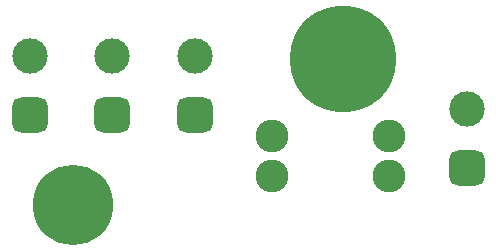
<source format=gbr>
%TF.GenerationSoftware,KiCad,Pcbnew,8.0.5*%
%TF.CreationDate,2024-12-06T13:05:19-05:00*%
%TF.ProjectId,RailsidePDB,5261696c-7369-4646-9550-44422e6b6963,rev?*%
%TF.SameCoordinates,Original*%
%TF.FileFunction,Soldermask,Top*%
%TF.FilePolarity,Negative*%
%FSLAX46Y46*%
G04 Gerber Fmt 4.6, Leading zero omitted, Abs format (unit mm)*
G04 Created by KiCad (PCBNEW 8.0.5) date 2024-12-06 13:05:19*
%MOMM*%
%LPD*%
G01*
G04 APERTURE LIST*
G04 Aperture macros list*
%AMRoundRect*
0 Rectangle with rounded corners*
0 $1 Rounding radius*
0 $2 $3 $4 $5 $6 $7 $8 $9 X,Y pos of 4 corners*
0 Add a 4 corners polygon primitive as box body*
4,1,4,$2,$3,$4,$5,$6,$7,$8,$9,$2,$3,0*
0 Add four circle primitives for the rounded corners*
1,1,$1+$1,$2,$3*
1,1,$1+$1,$4,$5*
1,1,$1+$1,$6,$7*
1,1,$1+$1,$8,$9*
0 Add four rect primitives between the rounded corners*
20,1,$1+$1,$2,$3,$4,$5,0*
20,1,$1+$1,$4,$5,$6,$7,0*
20,1,$1+$1,$6,$7,$8,$9,0*
20,1,$1+$1,$8,$9,$2,$3,0*%
G04 Aperture macros list end*
%ADD10C,6.807200*%
%ADD11C,9.000000*%
%ADD12RoundRect,0.750000X0.750000X-0.750000X0.750000X0.750000X-0.750000X0.750000X-0.750000X-0.750000X0*%
%ADD13C,3.000000*%
%ADD14C,2.780000*%
G04 APERTURE END LIST*
D10*
%TO.C,*%
X75150000Y-79125000D03*
%TD*%
D11*
%TO.C,*%
X98025000Y-66750000D03*
%TD*%
D12*
%TO.C,BT2*%
X78500000Y-71500000D03*
D13*
X78500000Y-66500000D03*
%TD*%
D12*
%TO.C,BT3*%
X71500000Y-71500000D03*
D13*
X71500000Y-66500000D03*
%TD*%
D12*
%TO.C,BT4*%
X108500000Y-76000000D03*
D13*
X108500000Y-71000000D03*
%TD*%
D14*
%TO.C,Fuse*%
X92040000Y-73300000D03*
X92040000Y-76700000D03*
X101960000Y-73300000D03*
X101960000Y-76700000D03*
%TD*%
D12*
%TO.C,BT1*%
X85500000Y-71500000D03*
D13*
X85500000Y-66500000D03*
%TD*%
M02*

</source>
